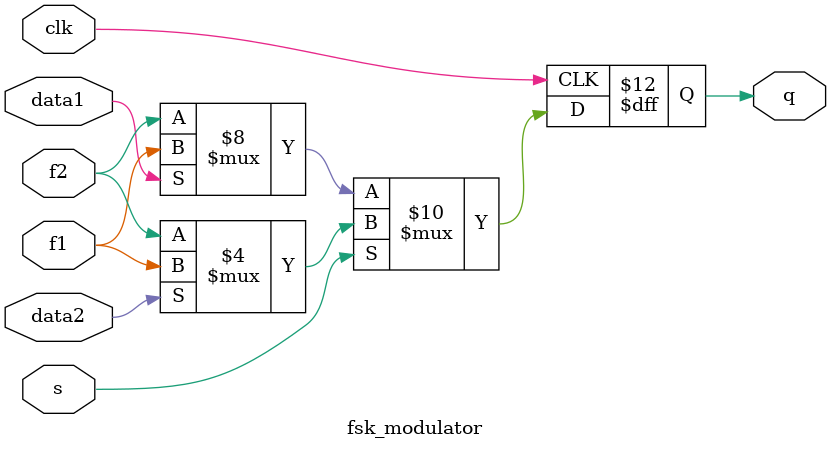
<source format=v>
`timescale 1ps / 1ps

module fsk_modulator(
    input  wire clk,
    input  wire data1,
    input  wire data2,
    input  wire s,
    input  wire f1,
    input  wire f2, 
    output reg  q
);

    always @(posedge clk) 
        begin 
            if(~s) 
                begin 
                    if (data1) 
                        q <= f1; 
                    else 
                        q <= f2; 
                end 
            else 
                begin 
                    if (data2) 
                        q <= f1; 
                    else 
                        q <= f2; 
                end  
        end 

endmodule

</source>
